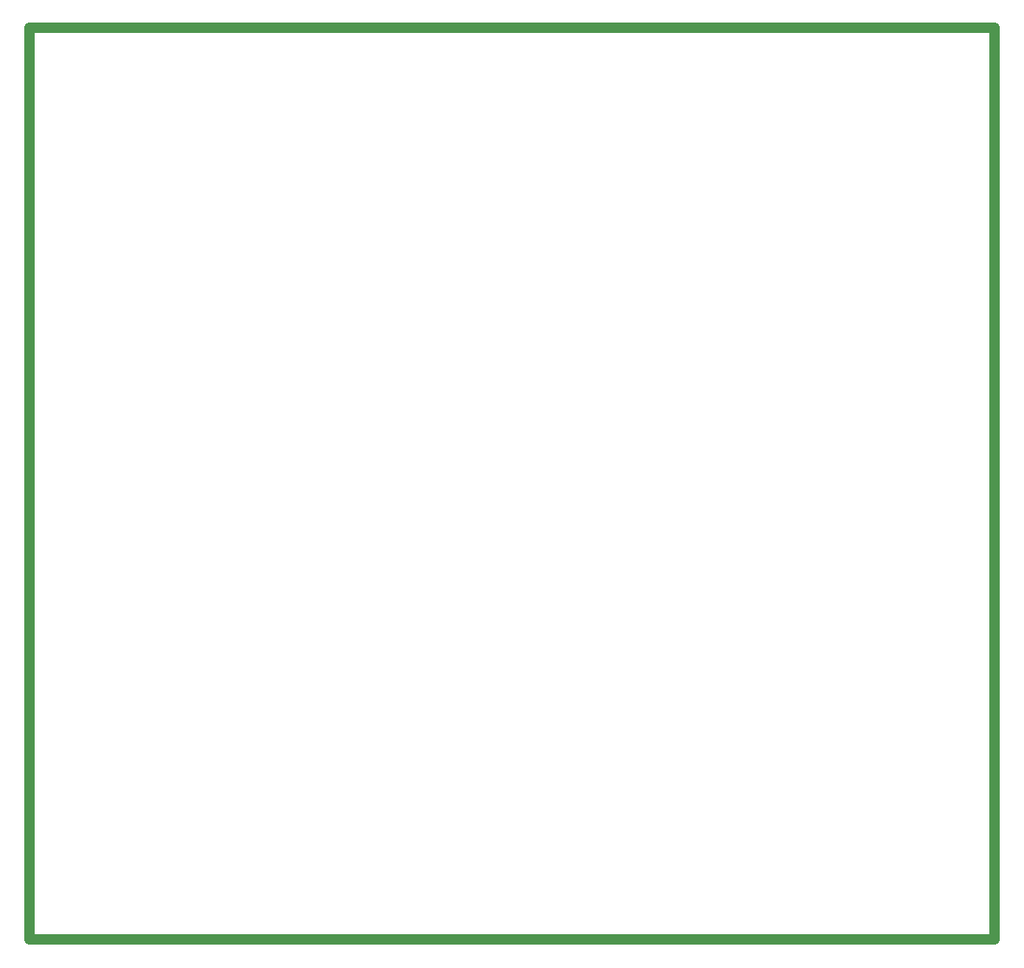
<source format=gbo>
%FSLAX24Y24*%
%MOIN*%
%ADD10C,0.0394*%
D10*
G01X197Y197D02*
X197Y35277D01*
X37297Y35277D01*
X37297Y197D01*
X197Y197D01*
M02*

</source>
